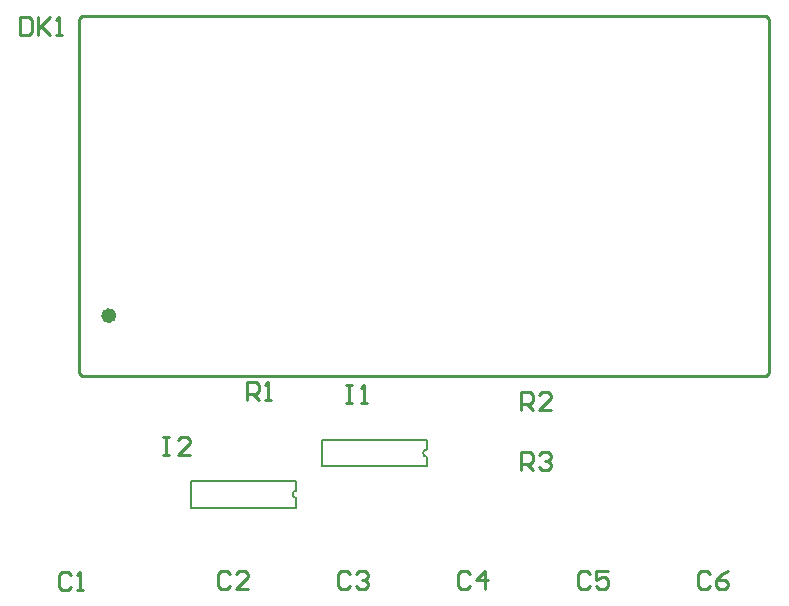
<source format=gbr>
%TF.GenerationSoftware,Altium Limited,Altium Designer,24.2.2 (26)*%
G04 Layer_Color=65535*
%FSLAX45Y45*%
%MOMM*%
%TF.SameCoordinates,A195ED8F-B54E-4743-8023-4A5FD5FDB8DD*%
%TF.FilePolarity,Positive*%
%TF.FileFunction,Legend,Top*%
%TF.Part,Single*%
G01*
G75*
%TA.AperFunction,NonConductor*%
%ADD13C,0.25400*%
%ADD20C,0.63500*%
%ADD21C,0.20000*%
D13*
X698500Y6286500D02*
X723900Y6311900D01*
X6515100D02*
X6540500Y6286500D01*
X698500Y3289300D02*
X723900Y3263900D01*
X6515100D02*
X6540500Y3289300D01*
Y6286500D01*
X698500Y3289300D02*
Y6286500D01*
X723900Y6311900D02*
X6515100D01*
X723900Y3263900D02*
X6515100D01*
X203258Y6299175D02*
Y6146825D01*
X279433D01*
X304825Y6172217D01*
Y6273783D01*
X279433Y6299175D01*
X203258D01*
X355608D02*
Y6146825D01*
Y6197608D01*
X457176Y6299175D01*
X381000Y6223000D01*
X457176Y6146825D01*
X507959D02*
X558743D01*
X533351D01*
Y6299175D01*
X507959Y6273783D01*
X635000Y1574783D02*
X609608Y1600175D01*
X558825D01*
X533433Y1574783D01*
Y1473217D01*
X558825Y1447825D01*
X609608D01*
X635000Y1473217D01*
X685784Y1447825D02*
X736567D01*
X711176D01*
Y1600175D01*
X685784Y1574783D01*
X4445041Y2971825D02*
Y3124175D01*
X4521217D01*
X4546608Y3098783D01*
Y3048000D01*
X4521217Y3022608D01*
X4445041D01*
X4495825D02*
X4546608Y2971825D01*
X4698959D02*
X4597392D01*
X4698959Y3073392D01*
Y3098783D01*
X4673567Y3124175D01*
X4622784D01*
X4597392Y3098783D01*
X2959129Y3187675D02*
X3009912D01*
X2984521D01*
Y3035325D01*
X2959129D01*
X3009912D01*
X3086088D02*
X3136871D01*
X3111480D01*
Y3187675D01*
X3086088Y3162283D01*
X2120933Y3060725D02*
Y3213075D01*
X2197108D01*
X2222500Y3187683D01*
Y3136900D01*
X2197108Y3111508D01*
X2120933D01*
X2171717D02*
X2222500Y3060725D01*
X2273284D02*
X2324067D01*
X2298676D01*
Y3213075D01*
X2273284Y3187683D01*
X5026627Y1582379D02*
X5001235Y1607771D01*
X4950452D01*
X4925060Y1582379D01*
Y1480812D01*
X4950452Y1455420D01*
X5001235D01*
X5026627Y1480812D01*
X5178978Y1607771D02*
X5077411D01*
Y1531595D01*
X5128194Y1556987D01*
X5153586D01*
X5178978Y1531595D01*
Y1480812D01*
X5153586Y1455420D01*
X5102803D01*
X5077411Y1480812D01*
X1978627Y1582379D02*
X1953235Y1607771D01*
X1902452D01*
X1877060Y1582379D01*
Y1480812D01*
X1902452Y1455420D01*
X1953235D01*
X1978627Y1480812D01*
X2130978Y1455420D02*
X2029411D01*
X2130978Y1556987D01*
Y1582379D01*
X2105586Y1607771D01*
X2054803D01*
X2029411Y1582379D01*
X6042627D02*
X6017235Y1607771D01*
X5966452D01*
X5941060Y1582379D01*
Y1480812D01*
X5966452Y1455420D01*
X6017235D01*
X6042627Y1480812D01*
X6194978Y1607771D02*
X6144194Y1582379D01*
X6093411Y1531595D01*
Y1480812D01*
X6118803Y1455420D01*
X6169586D01*
X6194978Y1480812D01*
Y1506203D01*
X6169586Y1531595D01*
X6093411D01*
X2994627Y1582379D02*
X2969235Y1607771D01*
X2918452D01*
X2893060Y1582379D01*
Y1480812D01*
X2918452Y1455420D01*
X2969235D01*
X2994627Y1480812D01*
X3045411Y1582379D02*
X3070803Y1607771D01*
X3121586D01*
X3146978Y1582379D01*
Y1556987D01*
X3121586Y1531595D01*
X3096194D01*
X3121586D01*
X3146978Y1506203D01*
Y1480812D01*
X3121586Y1455420D01*
X3070803D01*
X3045411Y1480812D01*
X4010627Y1582379D02*
X3985235Y1607771D01*
X3934452D01*
X3909060Y1582379D01*
Y1480812D01*
X3934452Y1455420D01*
X3985235D01*
X4010627Y1480812D01*
X4137586Y1455420D02*
Y1607771D01*
X4061411Y1531595D01*
X4162978D01*
X1409737Y2743175D02*
X1460521D01*
X1435129D01*
Y2590825D01*
X1409737D01*
X1460521D01*
X1638263D02*
X1536696D01*
X1638263Y2692392D01*
Y2717783D01*
X1612871Y2743175D01*
X1562088D01*
X1536696Y2717783D01*
X4445041Y2463825D02*
Y2616175D01*
X4521217D01*
X4546608Y2590783D01*
Y2540000D01*
X4521217Y2514608D01*
X4445041D01*
X4495825D02*
X4546608Y2463825D01*
X4597392Y2590783D02*
X4622784Y2616175D01*
X4673567D01*
X4698959Y2590783D01*
Y2565392D01*
X4673567Y2540000D01*
X4648175D01*
X4673567D01*
X4698959Y2514608D01*
Y2489217D01*
X4673567Y2463825D01*
X4622784D01*
X4597392Y2489217D01*
D20*
X982980Y3771900D02*
G03*
X982980Y3771900I-30480J0D01*
G01*
D21*
X3644900Y2638550D02*
G03*
X3644900Y2575050I0J-31750D01*
G01*
X2540000Y2289050D02*
G03*
X2540000Y2225550I0J-31750D01*
G01*
X3644900Y2638552D02*
Y2718298D01*
Y2495301D02*
Y2575052D01*
X2755900Y2495301D02*
Y2718298D01*
X3644900D01*
X2755900Y2495301D02*
X3644900D01*
X2540000Y2289048D02*
Y2368799D01*
Y2145802D02*
Y2225548D01*
X1651000Y2145802D02*
Y2368799D01*
X2540000D01*
X1651000Y2145802D02*
X2540000D01*
%TF.MD5,b16f2fa7bd311190b8421c7bf51e1610*%
M02*

</source>
